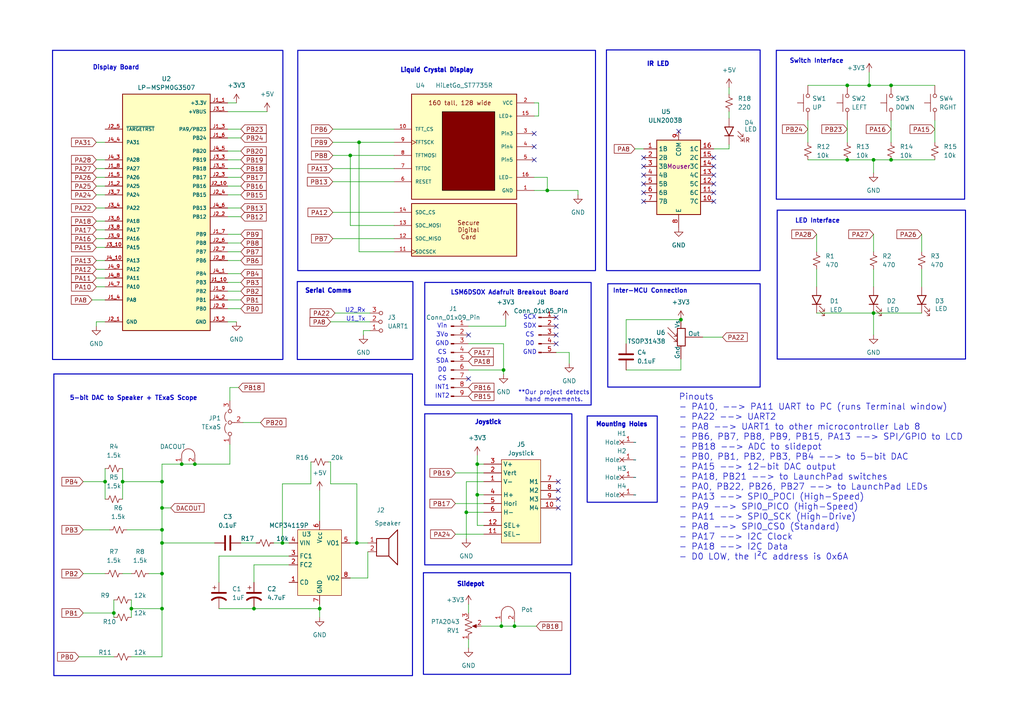
<source format=kicad_sch>
(kicad_sch (version 20250114) (generator "eeschema") (generator_version "9.0")
  (paper "A4")
  (title_block (title "Starter Project Spring 2025") (date "2025-02-24") (rev "v1.0.1") (company "The University of Texas at Austin"))
  (lib_symbols
    (symbol "Connector:Conn_01x05_Pin" (pin_names (offset 1.016) (hide yes))
      (property "Reference" "J" (at 0 7.62 0))
      (property "Value" "Conn_01x05_Pin" (at 0 -7.62 0))
      (symbol "Conn_01x05_Pin_1_1"
        (pin passive line (at 5.08 5.08 180) (length 3.81) (name "Pin_1") (number "1"))
        (pin passive line (at 5.08 2.54 180) (length 3.81) (name "Pin_2") (number "2"))
        (pin passive line (at 5.08 0 180) (length 3.81) (name "Pin_3") (number "3"))
        (pin passive line (at 5.08 -2.54 180) (length 3.81) (name "Pin_4") (number "4"))
        (pin passive line (at 5.08 -5.08 180) (length 3.81) (name "Pin_5") (number "5"))
      )
    )
    (symbol "Connector:Conn_01x09_Pin" (pin_names (offset 1.016) (hide yes))
      (property "Reference" "J" (at 0 12.7 0))
      (property "Value" "Conn_01x09_Pin" (at 0 -12.7 0))
      (symbol "Conn_01x09_Pin_1_1"
        (pin passive line (at 5.08 10.16 180) (length 3.81) (name "Pin_1") (number "1"))
        (pin passive line (at 5.08 7.62 180) (length 3.81) (name "Pin_2") (number "2"))
        (pin passive line (at 5.08 5.08 180) (length 3.81) (name "Pin_3") (number "3"))
        (pin passive line (at 5.08 2.54 180) (length 3.81) (name "Pin_4") (number "4"))
        (pin passive line (at 5.08 0 180) (length 3.81) (name "Pin_5") (number "5"))
        (pin passive line (at 5.08 -2.54 180) (length 3.81) (name "Pin_6") (number "6"))
        (pin passive line (at 5.08 -5.08 180) (length 3.81) (name "Pin_7") (number "7"))
        (pin passive line (at 5.08 -7.62 180) (length 3.81) (name "Pin_8") (number "8"))
        (pin passive line (at 5.08 -10.16 180) (length 3.81) (name "Pin_9") (number "9"))
      )
    )
    (symbol "ECE319H:HiLetGo_ST7735R" (pin_names (offset 1.016))
      (property "Reference" "U?" (at -15.24 16.002 0))
      (property "Value" "HiLetGo_ST7735R" (at -11.43 -34.29 0))
      (symbol "HiLetGo_ST7735R_1_0"
        (pin input line (at -20.32 5.08 0) (length 5.08) (name "TFT_CS") (number "10"))
        (pin input clock (at -20.32 1.27 0) (length 5.08) (name "TFTSCK") (number "9"))
        (pin input line (at -20.32 -2.54 0) (length 5.08) (name "TFTMOSI") (number "8"))
        (pin input line (at -20.32 -6.35 0) (length 5.08) (name "TFTDC") (number "7"))
        (pin input line (at -20.32 -10.16 0) (length 5.08) (name "RESET") (number "6"))
        (pin input line (at -20.32 -19.05 0) (length 5.08) (name "SDC_CS") (number "14"))
        (pin input line (at -20.32 -22.86 0) (length 5.08) (name "SDC_MOSI") (number "13"))
        (pin output line (at -20.32 -26.67 0) (length 5.08) (name "SDC_MISO") (number "12"))
        (pin input clock (at -20.32 -30.48 0) (length 5.08) (name "SDCSCK") (number "11"))
        (pin power_in line (at 20.32 12.7 180) (length 5.08) (name "VCC") (number "2"))
        (pin power_in line (at 20.32 8.89 180) (length 5.08) (name "LED+") (number "15"))
        (pin free line (at 20.32 3.81 180) (length 5.08) (name "Pin3") (number "3"))
        (pin free line (at 20.32 0 180) (length 5.08) (name "Pin4") (number "4"))
        (pin free line (at 20.32 -3.81 180) (length 5.08) (name "Pin5") (number "5"))
        (pin power_in line (at 20.32 -8.89 180) (length 5.08) (name "LED-") (number "16"))
        (pin power_in line (at 20.32 -12.7 180) (length 5.08) (name "GND") (number "1"))
      )
      (symbol "HiLetGo_ST7735R_1_1"
        (text "160 tall, 128 wide" (at -1.27 12.7 0) (effects (font (size 1.27 1.27))))
        (text "Secure\nDigital\nCard" (at 1.27 -24.13 0) (effects (font (size 1.27 1.27))))
      )
    )
    (symbol "ECE319H:Joystick_Sparkfun_COM-09032"
      (property "Reference" "J" (at -1.27 12.7 0))
      (property "Value" "Joystick" (at 0 0 0))
      (symbol "Joystick_Sparkfun_COM-09032_1_1"
        (pin passive line (at -10.16 10.16 0) (length 5.12) (name "V+") (number "3"))
        (pin passive line (at -10.16 7.62 0) (length 5.12) (name "Vert") (number "2"))
        (pin passive line (at -10.16 5.08 0) (length 5.12) (name "V-") (number "1"))
        (pin passive line (at -10.16 1.27 0) (length 5.12) (name "H+") (number "4"))
        (pin passive line (at -10.16 -1.27 0) (length 5.12) (name "Hori") (number "5"))
        (pin passive line (at -10.16 -3.81 0) (length 5.12) (name "H-") (number "6"))
        (pin passive line (at -10.16 -7.62 0) (length 5.12) (name "SEL+") (number "12"))
        (pin passive line (at -10.16 -10.16 0) (length 5.12) (name "SEL-") (number "11"))
        (pin free line (at 11.43 5.08 180) (length 5.12) (name "M1") (number "7"))
        (pin free line (at 11.43 2.54 180) (length 5.12) (name "M2") (number "8"))
        (pin free line (at 11.43 0 180) (length 5.12) (name "M3") (number "9"))
        (pin free line (at 11.43 -2.54 180) (length 5.12) (name "M4") (number "10"))
      )
    )
    (symbol "ECE319H:LP-MSPM0G3507" (pin_names (offset 1.016))
      (property "Reference" "U?" (at -12.7367 34.3099 0))
      (property "Value" "LP-MSPM0G3507" (at -10.16 -38.1 0))
      (symbol "LP-MSPM0G3507_1_0"
        (pin input line (at -17.78 22.86 0) (length 5.08) (name "~{TARGETRST}") (number "J2_5"))
        (pin bidirectional line (at -17.78 19.05 0) (length 5.08) (name "PA31") (number "J4_4"))
        (pin bidirectional line (at -17.78 13.97 0) (length 5.08) (name "PA28") (number "J4_3"))
        (pin bidirectional line (at -17.78 11.43 0) (length 5.08) (name "PA27") (number "J1_8"))
        (pin bidirectional line (at -17.78 8.89 0) (length 5.08) (name "PA26") (number "J1_5"))
        (pin bidirectional line (at -17.78 6.35 0) (length 5.08) (name "PA25") (number "J1_2"))
        (pin bidirectional line (at -17.78 3.81 0) (length 5.08) (name "PA24") (number "J3_7"))
        (pin bidirectional line (at -17.78 0 0) (length 5.08) (name "PA22") (number "J3_4"))
        (pin bidirectional line (at -17.78 -3.81 0) (length 5.08) (name "PA18") (number "J3_6"))
        (pin bidirectional line (at -17.78 -6.35 0) (length 5.08) (name "PA17") (number "J3_8"))
        (pin bidirectional line (at -17.78 -8.89 0) (length 5.08) (name "PA16") (number "J3_9"))
        (pin bidirectional line (at -17.78 -11.43 0) (length 5.08) (name "PA15") (number "J3_10"))
        (pin bidirectional line (at -17.78 -15.24 0) (length 5.08) (name "PA13") (number "J4_10"))
        (pin bidirectional line (at -17.78 -17.78 0) (length 5.08) (name "PA12") (number "J4_9"))
        (pin bidirectional line (at -17.78 -20.32 0) (length 5.08) (name "PA11") (number "J4_8"))
        (pin bidirectional line (at -17.78 -22.86 0) (length 5.08) (name "PA10") (number "J4_7"))
        (pin bidirectional line (at -17.78 -26.67 0) (length 5.08) (name "PA8") (number "J1_4"))
        (pin power_out line (at -17.78 -33.02 0) (length 5.08) (name "GND") (number "J2_1"))
        (pin power_out line (at 17.78 30.48 180) (length 5.08) (name "+3.3V") (number "J1_1"))
        (pin power_out line (at 17.78 27.94 180) (length 5.08) (name "+VBUS") (number "J3_1"))
        (pin bidirectional line (at 17.78 22.86 180) (length 5.08) (name "PA9/PB23") (number "J1_3"))
        (pin bidirectional line (at 17.78 20.32 180) (length 5.08) (name "PB24") (number "J1_6"))
        (pin bidirectional line (at 17.78 16.51 180) (length 5.08) (name "PB20") (number "J4_5"))
        (pin bidirectional line (at 17.78 13.97 180) (length 5.08) (name "PB19") (number "J3_3"))
        (pin bidirectional line (at 17.78 11.43 180) (length 5.08) (name "PB18") (number "J3_5"))
        (pin bidirectional line (at 17.78 8.89 180) (length 5.08) (name "PB17") (number "J2_3"))
        (pin bidirectional line (at 17.78 6.35 180) (length 5.08) (name "PB16") (number "J2_10"))
        (pin bidirectional line (at 17.78 3.81 180) (length 5.08) (name "PB15") (number "J2_4"))
        (pin bidirectional line (at 17.78 0 180) (length 5.08) (name "PB13") (number "J4_6"))
        (pin bidirectional line (at 17.78 -2.54 180) (length 5.08) (name "PB12") (number "J2_2"))
        (pin bidirectional line (at 17.78 -7.62 180) (length 5.08) (name "PB9") (number "J1_7"))
        (pin bidirectional line (at 17.78 -10.16 180) (length 5.08) (name "PB8") (number "J2_6"))
        (pin bidirectional line (at 17.78 -12.7 180) (length 5.08) (name "PB7") (number "J2_7"))
        (pin bidirectional line (at 17.78 -15.24 180) (length 5.08) (name "PB6") (number "J2_8"))
        (pin bidirectional line (at 17.78 -19.05 180) (length 5.08) (name "PB4") (number "J4_1"))
        (pin bidirectional line (at 17.78 -21.59 180) (length 5.08) (name "PB3") (number "J1_10"))
        (pin bidirectional line (at 17.78 -24.13 180) (length 5.08) (name "PB2") (number "J1_9"))
        (pin bidirectional line (at 17.78 -26.67 180) (length 5.08) (name "PB1") (number "J4_2"))
        (pin bidirectional line (at 17.78 -29.21 180) (length 5.08) (name "PB0") (number "J2_9"))
        (pin power_out line (at 17.78 -33.02 180) (length 5.08) (name "GND") (number "J3_2"))
      )
    )
    (symbol "ECE319H:ULN2003B"
      (property "Reference" "U" (at 7.62 8.89 0))
      (property "Value" "ULN2003B" (at 6.35 -15.24 0))
      (property "Distributor" " Mouser " (at 0 0 0))
      (symbol "ULN2003B_1_1"
        (pin input line (at -10.16 5.08 0) (length 3.81) (name "1B") (number "1"))
        (pin input line (at -10.16 2.54 0) (length 3.81) (name "2B") (number "2"))
        (pin input line (at -10.16 0 0) (length 3.81) (name "3B") (number "3"))
        (pin input line (at -10.16 -2.54 0) (length 3.81) (name "4B") (number "4"))
        (pin input line (at -10.16 -5.08 0) (length 3.81) (name "5B") (number "5"))
        (pin input line (at -10.16 -7.62 0) (length 3.81) (name "6B") (number "6"))
        (pin input line (at -10.16 -10.16 0) (length 3.81) (name "7B") (number "7"))
        (pin power_in line (at 0 10.16 270) (length 2.54) (name "COM") (number "9"))
        (pin power_in line (at 0 -17.78 90) (length 3.81) (name "E") (number "8"))
        (pin output line (at 10.16 5.08 180) (length 3.81) (name "1C") (number "16"))
        (pin output line (at 10.16 2.54 180) (length 3.81) (name "2C") (number "15"))
        (pin output line (at 10.16 0 180) (length 3.81) (name "3C") (number "14"))
        (pin output line (at 10.16 -2.54 180) (length 3.81) (name "4C") (number "13"))
        (pin output line (at 10.16 -5.08 180) (length 3.81) (name "5C") (number "12"))
        (pin output line (at 10.16 -7.62 180) (length 3.81) (name "6C") (number "11"))
        (pin output line (at 10.16 -10.16 180) (length 3.81) (name "7C") (number "10"))
      )
    )
    (symbol "ECE319K:C" (pin_numbers (hide yes)) (pin_names (offset 0.254))
      (property "Reference" "C" (at 0.635 2.54 0))
      (property "Value" "C" (at 0.635 -2.54 0))
      (symbol "C_1_1"
        (pin passive line (at 0 3.81 270) (length 2.794) (name "~") (number "1"))
        (pin passive line (at 0 -3.81 90) (length 2.794) (name "~") (number "2"))
      )
    )
    (symbol "ECE319K:C_Polarized" (pin_numbers (hide yes)) (pin_names (offset 0.254) (hide yes))
      (property "Reference" "C" (at 0.635 2.54 0))
      (property "Value" "C_Polarized" (at 0.635 -2.54 0))
      (symbol "C_Polarized_1_1"
        (pin passive line (at 0 3.81 270) (length 2.794) (name "~") (number "1"))
        (pin passive line (at 0 -3.81 90) (length 3.302) (name "~") (number "2"))
      )
    )
    (symbol "ECE319K:Header_3" (pin_names (offset 0) (hide yes))
      (property "Reference" "J" (at 0 2.794 0))
      (property "Value" "Header3" (at 0.635 -4.445 0))
      (symbol "Header_3_1_1"
        (pin passive line (at 5.08 2.54 180) (length 2.54) (name "A") (number "1"))
        (pin passive line (at 5.08 0 180) (length 2.54) (name "B") (number "2"))
        (pin passive line (at 5.08 -2.54 180) (length 2.54) (name "C") (number "3"))
      )
    )
    (symbol "ECE319K:Jumper_3_Open" (pin_names (offset 0) (hide yes))
      (property "Reference" "JP" (at -2.54 -2.54 0))
      (property "Value" "Jumper_3_Open" (at 0 2.794 0))
      (symbol "Jumper_3_Open_1_1"
        (pin passive line (at -6.35 0 0) (length 2.54) (name "A") (number "1"))
        (pin passive line (at 0 -3.81 90) (length 2.54) (name "C") (number "2"))
        (pin passive line (at 6.35 0 180) (length 2.54) (name "B") (number "3"))
      )
    )
    (symbol "ECE319K:LED" (pin_numbers (hide yes)) (pin_names (offset 1.016) (hide yes))
      (property "Reference" "D" (at 1.27 1.27 0))
      (property "Value" "LED" (at -5.08 -1.27 0))
      (symbol "LED_1_1"
        (pin passive line (at -1.27 3.81 270) (length 2.54) (name "A") (number "2"))
        (pin passive line (at -1.27 -3.81 90) (length 2.54) (name "K") (number "1"))
      )
    )
    (symbol "ECE319K:MCP34119P"
      (property "Reference" "U" (at -5.08 7.62 0))
      (property "Value" "MCP34119P" (at -7.62 10.16 0))
      (symbol "MCP34119P_1_1"
        (pin input line (at -8.89 5.08 0) (length 2.54) (name "VIN") (number "4"))
        (pin input line (at -8.89 1.27 0) (length 2.54) (name "FC1") (number "3"))
        (pin input line (at -8.89 -1.27 0) (length 2.54) (name "FC2") (number "2"))
        (pin input line (at -8.89 -6.35 0) (length 2.54) (name "CD") (number "1"))
        (pin power_in line (at 0 11.43 270) (length 2.54) (name "Vcc") (number "6"))
        (pin power_in line (at 0 -12.7 90) (length 2.54) (name "GND") (number "7"))
        (pin output line (at 8.89 5.08 180) (length 2.54) (name "VO1") (number "5"))
        (pin output line (at 8.89 -5.08 180) (length 2.54) (name "VO2") (number "8"))
      )
    )
    (symbol "ECE319K:MountingHole"
      (property "Reference" "H" (at 0 0 0))
      (symbol "MountingHole_1_1"
        (pin power_in non_logic (at 0 0 180) (length 3.81) (name "Hole") (number "1"))
      )
    )
    (symbol "ECE319K:OED-EL-1L2" (pin_numbers (hide yes)) (pin_names (offset 1.016) (hide yes))
      (property "Reference" "D" (at 0 2.54 0))
      (property "Value" "LED" (at -5.08 -2.54 0))
      (symbol "OED-EL-1L2_1_1"
        (text "IR" (at 3.81 -2.54 0) (effects (font (size 1.27 1.27))))
        (pin passive line (at -1.27 3.81 270) (length 2.54) (name "A") (number "2"))
        (pin passive line (at -1.27 -3.81 90) (length 2.54) (name "K") (number "1"))
      )
    )
    (symbol "ECE319K:PTA2043pot" (pin_names (offset 1.016) (hide yes))
      (property "Reference" "RV" (at -4.445 0 90))
      (property "Value" "PTA2043" (at -2.54 0 90))
      (symbol "PTA2043pot_1_1"
        (pin passive line (at 0 3.81 270) (length 1.27) (name "1") (number "1"))
        (pin passive line (at 0 -3.81 90) (length 1.27) (name "3") (number "3"))
        (pin passive line (at 3.81 0 180) (length 1.27) (name "2") (number "2"))
      )
    )
    (symbol "ECE319K:R_0.125W" (pin_numbers (hide yes)) (pin_names (offset 0.254) (hide yes))
      (property "Reference" "R" (at 0.762 0.508 0))
      (property "Value" "R_0.125W" (at 0.762 -1.016 0))
      (symbol "R_0.125W_1_1"
        (pin passive line (at 0 2.54 270) (length 1.016) (name "~") (number "1"))
        (pin passive line (at 0 -2.54 90) (length 1.016) (name "~") (number "2"))
      )
    )
    (symbol "ECE319K:SW_Push" (pin_numbers (hide yes)) (pin_names (offset 1.016) (hide yes))
      (property "Reference" "SW101" (at 1.27 -1.27 90))
      (property "Value" "UP" (at -1.27 -1.27 90))
      (symbol "SW_Push_0_1"
        (pin passive line (at -5.08 0 0) (length 2.54) (name "1") (number "1"))
        (pin passive line (at 5.08 0 180) (length 2.54) (name "2") (number "2"))
      )
    )
    (symbol "ECE319K:Speaker" (pin_names (offset 0) (hide yes))
      (property "Reference" "J" (at 1.27 5.715 0))
      (property "Value" "Speaker" (at 1.27 3.81 0))
      (symbol "Speaker_1_1"
        (pin input line (at -5.08 0 0) (length 2.54) (name "1") (number "1"))
        (pin input line (at -5.08 -2.54 0) (length 2.54) (name "2") (number "2"))
      )
    )
    (symbol "ECE319K:TSOP31438" (pin_numbers (hide yes)) (pin_names (offset 0))
      (property "Reference" "U" (at -5.08 0 90))
      (property "Value" "TSOP31438" (at -7.62 -1.27 90))
      (symbol "TSOP31438_1_1"
        (pin power_in line (at 0 5.08 270) (length 2.54) (name "Vs") (number "2"))
        (pin power_in line (at 0 -6.35 90) (length 3.81) (name "Gnd") (number "1"))
        (pin output line (at 6.35 0 180) (length 5.08) (name "Out") (number "3"))
      )
    )
    (symbol "ECE319K:Testpoint" (pin_names (offset 0) (hide yes))
      (property "Reference" "TP" (at 0 2.794 0))
      (property "Value" "TP" (at 0 -2.286 0))
      (symbol "Testpoint_1_1"
        (pin passive line (at -1.905 0 90) (length 2.54) (name "A") (number "1"))
        (pin passive line (at 1.905 0 90) (length 2.54) (name "B") (number "2"))
      )
    )
    (symbol "power:+3V3" (power) (pin_names (offset 0))
      (property "Value" "+3V3" (at 0 3.556 0))
      (symbol "+3V3_1_1"
        (pin power_in line (at 0 0 90) (length 0) (hide yes) (name "+3V3") (number "1"))
      )
    )
    (symbol "power:+5V" (power) (pin_names (offset 0))
      (property "Value" "+5V" (at 0 3.556 0))
      (symbol "+5V_1_1"
        (pin power_in line (at 0 0 90) (length 0) (hide yes) (name "+5V") (number "1"))
      )
    )
    (symbol "power:GND" (power) (pin_names (offset 0))
      (property "Value" "GND" (at 0 -3.81 0))
      (symbol "GND_1_1"
        (pin power_in line (at 0 0 270) (length 0) (hide yes) (name "GND") (number "1"))
      )
    )
  )
  (rectangle (start 123.19 81.915) (end 171.45 117.475) (stroke (width 0.3)))
  (rectangle (start 175.895 14.478) (end 220.472 78.486) (stroke (width 0.3)))
  (rectangle (start 122.809 166.116) (end 165.481 195.58) (stroke (width 0.3)))
  (rectangle (start 15.621 108.458) (end 119.634 195.961) (stroke (width 0.3)))
  (rectangle (start 170.307 120.65) (end 190.627 145.669) (stroke (width 0.3)))
  (rectangle (start 123.19 120.015) (end 165.862 163.83) (stroke (width 0.3)))
  (rectangle (start 225.171 14.605) (end 279.781 57.785) (stroke (width 0.3)))
  (rectangle (start 225.425 60.96) (end 280.035 104.14) (stroke (width 0.3)))
  (rectangle (start 86.36 14.605) (end 172.72 78.486) (stroke (width 0.3)))
  (rectangle (start 86.233 81.661) (end 119.761 104.267) (stroke (width 0.3)))
  (rectangle (start 176.276 82.296) (end 220.472 112.268) (stroke (width 0.3)))
  (rectangle (start 15.24 14.605) (end 82.042 104.267) (stroke (width 0.3)))
  (text "Slidepot" (at 136.525 169.545 0) (effects (font (size 1.27 1.27) (thickness 1) (bold yes))))
  (text "D0" (at 128.27 107.315 0) (effects (font (size 1.27 1.27))))
  (text "SCX" (at 153.67 92.075 0) (effects (font (size 1.27 1.27))))
  (text "IR LED" (at 190.881 18.669 0) (effects (font (size 1.27 1.27) (thickness 1) (bold yes))))
  (text "Joystick" (at 141.605 122.555 0) (effects (font (size 1.27 1.27) (thickness 1) (bold yes))))
  (text "CS" (at 128.27 109.855 0) (effects (font (size 1.27 1.27))))
  (text "Display Board" (at 33.655 19.685 0) (effects (font (size 1.27 1.27) (thickness 0.254) (bold yes))))
  (text "5-bit DAC to Speaker + TExaS Scope" (at 38.735 115.57 0) (effects (font (size 1.27 1.27) (thickness 0.254) (bold yes))))
  (text "Mounting Holes" (at 180.34 123.19 0) (effects (font (size 1.27 1.27) (thickness 1) (bold yes))))
  (text "CS" (at 153.67 97.155 0) (effects (font (size 1.27 1.27))))
  (text "INT1" (at 128.27 112.395 0) (effects (font (size 1.27 1.27))))
  (text "U2_Rx" (at 106.045 90.805 0) (effects (font (size 1.27 1.27)) (justify right bottom)))
  (text "D0" (at 153.67 99.695 0) (effects (font (size 1.27 1.27))))
  (text "SDA" (at 128.27 104.775 0) (effects (font (size 1.27 1.27))))
  (text "Pinouts\n- PA10, --> PA11 UART to PC (runs Terminal window)\n- PA22 --> UART2\n- PA8 --> UART1 to other microcontroller Lab 8\n- PB6, PB7, PB8, PB9, PB15, PA13 --> SPI/GPIO to LCD\n- PB18 --> ADC to slidepot\n- PB0, PB1, PB2, PB3, PB4 --> to 5-bit DAC\n- PA15 --> 12-bit DAC output \n- PA18, PB21 --> to LaunchPad switches\n- PA0, PB22, PB26, PB27 --> to LaunchPad LEDs\n- PA13 --> SPI0_POCI (High-Speed) \n- PA9 --> SPI0_PICO (High-Speed)\n- PA11 --> SPI0_SCK (High-Drive)\n- PA8 --> SPI0_CS0 (Standard)\n- PA17 --> I2C Clock\n- PA18 --> I2C Data\n- D0 LOW, the I²C address is 0x6A" (at 196.85 138.43 0) (effects (font (size 1.8 1.8) (thickness 0.1588)) (justify left)))
  (text "GND" (at 128.27 99.695 0) (effects (font (size 1.27 1.27))))
  (text "U1_Tx" (at 106.045 93.345 0) (effects (font (size 1.27 1.27)) (justify right bottom)))
  (text "3Vo" (at 128.27 97.155 0) (effects (font (size 1.27 1.27))))
  (text "INT2" (at 128.27 114.935 0) (effects (font (size 1.27 1.27))))
  (text "Vin" (at 128.27 94.615 0) (effects (font (size 1.27 1.27))))
  (text "LSM6DSOX Adafruit Breakout Board" (at 147.828 84.963 0) (effects (font (size 1.27 1.27) (thickness 0.254) (bold yes))))
  (text "Inter-MCU Connection" (at 188.595 84.455 0) (effects (font (size 1.27 1.27) (thickness 0.254) (bold yes))))
  (text "GND" (at 153.67 102.235 0) (effects (font (size 1.27 1.27))))
  (text "CS" (at 128.27 102.235 0) (effects (font (size 1.27 1.27))))
  (text "Serial Comms" (at 95.25 84.455 0) (effects (font (size 1.27 1.27) (thickness 1) (bold yes))))
  (text "SDX" (at 153.67 94.615 0) (effects (font (size 1.27 1.27))))
  (text "Switch Interface" (at 236.855 17.78 0) (effects (font (size 1.27 1.27) (thickness 0.254) (bold yes))))
  (text "Liquid Crystal Display" (at 126.746 20.447 0) (effects (font (size 1.27 1.27) (thickness 1) (bold yes))))
  (text "**Our project detects\nhand movements." (at 160.655 114.935 0) (effects (font (size 1.27 1.27))))
  (text "LED Interface" (at 237.109 64.135 0) (effects (font (size 1.27 1.27) (thickness 0.254) (bold yes))))
  (junction (at 46.99 166.37))
  (junction (at 253.365 46.355))
  (junction (at 197.485 92.71))
  (junction (at 92.71 176.53))
  (junction (at 149.225 181.61))
  (junction (at 253.365 90.805))
  (junction (at 35.56 139.7))
  (junction (at 138.43 134.62))
  (junction (at 158.75 55.245))
  (junction (at 46.99 157.48))
  (junction (at 52.705 134.62))
  (junction (at 146.05 107.315))
  (junction (at 46.99 176.53))
  (junction (at 103.505 157.48))
  (junction (at 73.66 176.53))
  (junction (at 258.445 46.355))
  (junction (at 30.48 139.7))
  (junction (at 245.745 24.765))
  (junction (at 46.99 147.32))
  (junction (at 33.02 177.8))
  (junction (at 138.43 143.51))
  (junction (at 46.99 153.67))
  (junction (at 135.255 148.59))
  (junction (at 81.915 157.48))
  (junction (at 258.445 24.765))
  (junction (at 101.6 45.085))
  (junction (at 38.1 176.53))
  (junction (at 104.14 41.275))
  (junction (at 252.095 24.765))
  (junction (at 56.515 134.62))
  (junction (at 46.99 139.7))
  (junction (at 245.745 46.355))
  (junction (at 145.415 181.61))
  (no_connect (at 186.69 48.26))
  (no_connect (at 207.01 55.88))
  (no_connect (at 161.925 142.24))
  (no_connect (at 196.85 38.1))
  (no_connect (at 207.01 48.26))
  (no_connect (at 207.01 58.42))
  (no_connect (at 154.94 38.735))
  (no_connect (at 207.01 45.72))
  (no_connect (at 207.01 53.34))
  (no_connect (at 161.29 94.615))
  (no_connect (at 154.94 46.355))
  (no_connect (at 154.94 42.545))
  (no_connect (at 161.29 92.075))
  (no_connect (at 207.01 50.8))
  (no_connect (at 135.89 109.855))
  (no_connect (at 161.29 99.695))
  (no_connect (at 161.925 144.78))
  (no_connect (at 161.29 97.155))
  (no_connect (at 186.69 58.42))
  (no_connect (at 161.925 147.32))
  (no_connect (at 161.925 139.7))
  (no_connect (at 135.89 97.155))
  (no_connect (at 186.69 55.88))
  (no_connect (at 186.69 50.8))
  (no_connect (at 186.69 53.34))
  (no_connect (at 186.69 45.72))
  (wire (pts (xy 203.835 97.79) (xy 209.55 97.79)))
  (wire (pts (xy 253.365 46.355) (xy 253.365 50.165)))
  (wire (pts (xy 253.365 46.355) (xy 258.445 46.355)))
  (wire (pts (xy 35.56 135.89) (xy 35.56 139.7)))
  (wire (pts (xy 73.66 168.91) (xy 73.66 163.83)))
  (wire (pts (xy 252.095 20.955) (xy 252.095 24.765)))
  (wire (pts (xy 38.1 176.53) (xy 38.1 179.07)))
  (wire (pts (xy 66.04 89.535) (xy 69.85 89.535)))
  (wire (pts (xy 103.505 140.335) (xy 103.505 157.48)))
  (wire (pts (xy 66.04 60.325) (xy 69.85 60.325)))
  (wire (pts (xy 96.52 37.465) (xy 114.3 37.465)))
  (wire (pts (xy 135.255 148.59) (xy 135.255 156.21)))
  (wire (pts (xy 135.89 175.26) (xy 135.89 177.8)))
  (wire (pts (xy 103.505 157.48) (xy 106.68 157.48)))
  (wire (pts (xy 66.04 53.975) (xy 69.85 53.975)))
  (wire (pts (xy 46.99 139.7) (xy 46.99 147.32)))
  (wire (pts (xy 69.85 157.48) (xy 74.295 157.48)))
  (wire (pts (xy 73.66 163.83) (xy 83.82 163.83)))
  (wire (pts (xy 27.94 94.615) (xy 27.94 93.345)))
  (wire (pts (xy 96.52 45.085) (xy 101.6 45.085)))
  (wire (pts (xy 140.335 143.51) (xy 138.43 143.51)))
  (wire (pts (xy 35.56 139.7) (xy 35.56 144.78)))
  (wire (pts (xy 96.52 52.705) (xy 114.3 52.705)))
  (wire (pts (xy 27.94 71.755) (xy 30.48 71.755)))
  (wire (pts (xy 52.705 134.62) (xy 56.515 134.62)))
  (wire (pts (xy 138.43 152.4) (xy 140.335 152.4)))
  (wire (pts (xy 66.04 29.845) (xy 68.58 29.845)))
  (wire (pts (xy 27.94 69.215) (xy 30.48 69.215)))
  (wire (pts (xy 95.885 93.345) (xy 107.315 93.345)))
  (wire (pts (xy 181.61 107.315) (xy 197.485 107.315)))
  (wire (pts (xy 154.94 33.655) (xy 156.21 33.655)))
  (wire (pts (xy 66.04 48.895) (xy 69.85 48.895)))
  (wire (pts (xy 66.04 43.815) (xy 69.85 43.815)))
  (wire (pts (xy 27.94 41.275) (xy 30.48 41.275)))
  (wire (pts (xy 145.415 180.34) (xy 145.415 181.61)))
  (wire (pts (xy 252.095 24.765) (xy 258.445 24.765)))
  (wire (pts (xy 245.745 34.925) (xy 245.745 41.275)))
  (wire (pts (xy 135.255 139.7) (xy 135.255 148.59)))
  (wire (pts (xy 132.08 154.94) (xy 140.335 154.94)))
  (wire (pts (xy 95.885 133.985) (xy 95.885 140.335)))
  (wire (pts (xy 154.94 51.435) (xy 158.75 51.435)))
  (wire (pts (xy 146.05 107.315) (xy 146.05 108.585)))
  (wire (pts (xy 24.13 153.67) (xy 31.75 153.67)))
  (wire (pts (xy 81.915 140.335) (xy 90.17 140.335)))
  (wire (pts (xy 66.04 75.565) (xy 69.85 75.565)))
  (wire (pts (xy 46.99 157.48) (xy 46.99 166.37)))
  (wire (pts (xy 114.3 65.405) (xy 101.6 65.405)))
  (wire (pts (xy 96.52 41.275) (xy 104.14 41.275)))
  (wire (pts (xy 46.99 139.7) (xy 46.99 134.62)))
  (wire (pts (xy 27.94 51.435) (xy 30.48 51.435)))
  (wire (pts (xy 66.04 86.995) (xy 69.85 86.995)))
  (wire (pts (xy 26.67 86.995) (xy 30.48 86.995)))
  (wire (pts (xy 43.18 166.37) (xy 46.99 166.37)))
  (wire (pts (xy 33.02 173.99) (xy 33.02 177.8)))
  (wire (pts (xy 46.99 176.53) (xy 46.99 166.37)))
  (wire (pts (xy 73.66 176.53) (xy 92.71 176.53)))
  (wire (pts (xy 101.6 167.64) (xy 106.68 167.64)))
  (wire (pts (xy 70.485 122.555) (xy 75.565 122.555)))
  (wire (pts (xy 46.99 139.7) (xy 35.56 139.7)))
  (wire (pts (xy 66.04 79.375) (xy 69.85 79.375)))
  (wire (pts (xy 156.21 33.655) (xy 156.21 29.845)))
  (wire (pts (xy 38.1 176.53) (xy 46.99 176.53)))
  (wire (pts (xy 27.94 66.675) (xy 30.48 66.675)))
  (wire (pts (xy 165.1 102.235) (xy 165.1 105.41)))
  (wire (pts (xy 66.04 37.465) (xy 69.85 37.465)))
  (wire (pts (xy 36.83 153.67) (xy 46.99 153.67)))
  (wire (pts (xy 154.94 55.245) (xy 158.75 55.245)))
  (wire (pts (xy 197.485 107.315) (xy 197.485 104.14)))
  (wire (pts (xy 258.445 34.925) (xy 258.445 41.275)))
  (wire (pts (xy 81.915 157.48) (xy 83.82 157.48)))
  (wire (pts (xy 92.71 142.24) (xy 92.71 151.13)))
  (wire (pts (xy 236.855 78.105) (xy 236.855 83.185)))
  (wire (pts (xy 66.04 67.945) (xy 69.85 67.945)))
  (wire (pts (xy 135.89 185.42) (xy 135.89 187.96)))
  (wire (pts (xy 271.145 34.925) (xy 271.145 41.275)))
  (wire (pts (xy 96.52 48.895) (xy 114.3 48.895)))
  (wire (pts (xy 95.885 140.335) (xy 103.505 140.335)))
  (wire (pts (xy 27.94 53.975) (xy 30.48 53.975)))
  (wire (pts (xy 92.71 175.26) (xy 92.71 176.53)))
  (wire (pts (xy 97.155 90.805) (xy 107.315 90.805)))
  (wire (pts (xy 66.04 51.435) (xy 69.85 51.435)))
  (wire (pts (xy 245.745 46.355) (xy 253.365 46.355)))
  (wire (pts (xy 253.365 90.805) (xy 267.335 90.805)))
  (wire (pts (xy 27.94 93.345) (xy 30.48 93.345)))
  (wire (pts (xy 267.335 78.105) (xy 267.335 83.185)))
  (wire (pts (xy 138.43 132.08) (xy 138.43 134.62)))
  (wire (pts (xy 167.64 55.245) (xy 167.64 56.515)))
  (wire (pts (xy 66.04 32.385) (xy 77.47 32.385)))
  (wire (pts (xy 46.99 147.32) (xy 49.53 147.32)))
  (wire (pts (xy 234.315 24.765) (xy 245.745 24.765)))
  (wire (pts (xy 24.13 166.37) (xy 30.48 166.37)))
  (wire (pts (xy 95.25 133.985) (xy 95.885 133.985)))
  (wire (pts (xy 24.13 139.7) (xy 30.48 139.7)))
  (wire (pts (xy 46.99 153.67) (xy 46.99 157.48)))
  (wire (pts (xy 46.99 157.48) (xy 62.23 157.48)))
  (wire (pts (xy 27.94 60.325) (xy 30.48 60.325)))
  (wire (pts (xy 24.13 177.8) (xy 33.02 177.8)))
  (wire (pts (xy 154.94 29.845) (xy 156.21 29.845)))
  (wire (pts (xy 106.68 167.64) (xy 106.68 160.02)))
  (wire (pts (xy 181.61 99.695) (xy 181.61 92.71)))
  (wire (pts (xy 38.1 173.99) (xy 38.1 176.53)))
  (wire (pts (xy 138.43 143.51) (xy 138.43 152.4)))
  (wire (pts (xy 46.99 190.5) (xy 46.99 176.53)))
  (wire (pts (xy 105.41 95.885) (xy 105.41 97.155)))
  (wire (pts (xy 30.48 135.89) (xy 30.48 139.7)))
  (wire (pts (xy 132.08 146.05) (xy 140.335 146.05)))
  (wire (pts (xy 267.335 67.945) (xy 267.335 73.025)))
  (wire (pts (xy 135.89 99.695) (xy 146.05 99.695)))
  (wire (pts (xy 139.7 181.61) (xy 145.415 181.61)))
  (wire (pts (xy 101.6 65.405) (xy 101.6 45.085)))
  (wire (pts (xy 138.43 134.62) (xy 138.43 143.51)))
  (wire (pts (xy 27.94 78.105) (xy 30.48 78.105)))
  (wire (pts (xy 46.99 134.62) (xy 52.705 134.62)))
  (wire (pts (xy 138.43 134.62) (xy 140.335 134.62)))
  (wire (pts (xy 146.05 99.695) (xy 146.05 107.315)))
  (wire (pts (xy 114.3 45.085) (xy 101.6 45.085)))
  (wire (pts (xy 181.61 92.71) (xy 197.485 92.71)))
  (wire (pts (xy 158.75 55.245) (xy 167.64 55.245)))
  (wire (pts (xy 211.455 41.91) (xy 211.455 43.18)))
  (wire (pts (xy 207.01 43.18) (xy 211.455 43.18)))
  (wire (pts (xy 211.455 27.305) (xy 211.455 25.4)))
  (wire (pts (xy 258.445 46.355) (xy 271.145 46.355)))
  (wire (pts (xy 66.04 93.345) (xy 68.58 93.345)))
  (wire (pts (xy 258.445 24.765) (xy 271.145 24.765)))
  (wire (pts (xy 234.315 46.355) (xy 245.745 46.355)))
  (wire (pts (xy 66.675 128.905) (xy 66.675 134.62)))
  (wire (pts (xy 66.04 70.485) (xy 69.85 70.485)))
  (wire (pts (xy 234.315 34.925) (xy 234.315 41.275)))
  (wire (pts (xy 66.04 84.455) (xy 69.85 84.455)))
  (wire (pts (xy 101.6 157.48) (xy 103.505 157.48)))
  (wire (pts (xy 140.335 139.7) (xy 135.255 139.7)))
  (wire (pts (xy 22.86 190.5) (xy 33.02 190.5)))
  (wire (pts (xy 145.415 181.61) (xy 149.225 181.61)))
  (wire (pts (xy 66.675 112.395) (xy 66.675 116.205)))
  (wire (pts (xy 184.15 43.18) (xy 186.69 43.18)))
  (wire (pts (xy 27.94 83.185) (xy 30.48 83.185)))
  (wire (pts (xy 35.56 166.37) (xy 38.1 166.37)))
  (wire (pts (xy 81.915 157.48) (xy 81.915 140.335)))
  (wire (pts (xy 46.99 153.67) (xy 46.99 147.32)))
  (wire (pts (xy 69.215 112.395) (xy 66.675 112.395)))
  (wire (pts (xy 132.08 137.16) (xy 140.335 137.16)))
  (wire (pts (xy 63.5 161.29) (xy 83.82 161.29)))
  (wire (pts (xy 27.94 80.645) (xy 30.48 80.645)))
  (wire (pts (xy 66.04 56.515) (xy 69.85 56.515)))
  (wire (pts (xy 253.365 90.805) (xy 253.365 97.155)))
  (wire (pts (xy 38.1 190.5) (xy 46.99 190.5)))
  (wire (pts (xy 104.14 73.025) (xy 104.14 41.275)))
  (wire (pts (xy 105.41 95.885) (xy 107.315 95.885)))
  (wire (pts (xy 66.04 81.915) (xy 69.85 81.915)))
  (wire (pts (xy 27.94 48.895) (xy 30.48 48.895)))
  (wire (pts (xy 56.515 134.62) (xy 66.675 134.62)))
  (wire (pts (xy 30.48 139.7) (xy 30.48 144.78)))
  (wire (pts (xy 211.455 32.385) (xy 211.455 34.29)))
  (wire (pts (xy 253.365 67.945) (xy 253.365 73.025)))
  (wire (pts (xy 90.17 140.335) (xy 90.17 133.985)))
  (wire (pts (xy 63.5 176.53) (xy 73.66 176.53)))
  (wire (pts (xy 135.255 148.59) (xy 140.335 148.59)))
  (wire (pts (xy 135.89 107.315) (xy 146.05 107.315)))
  (wire (pts (xy 92.71 176.53) (xy 92.71 179.07)))
  (wire (pts (xy 161.29 102.235) (xy 165.1 102.235)))
  (wire (pts (xy 27.94 46.355) (xy 30.48 46.355)))
  (wire (pts (xy 253.365 78.105) (xy 253.365 83.185)))
  (wire (pts (xy 27.94 75.565) (xy 30.48 75.565)))
  (wire (pts (xy 236.855 67.945) (xy 236.855 73.025)))
  (wire (pts (xy 66.04 46.355) (xy 69.85 46.355)))
  (wire (pts (xy 149.225 180.34) (xy 149.225 181.61)))
  (wire (pts (xy 79.375 157.48) (xy 81.915 157.48)))
  (wire (pts (xy 33.02 177.8) (xy 33.02 179.07)))
  (wire (pts (xy 66.04 62.865) (xy 69.85 62.865)))
  (wire (pts (xy 158.75 55.245) (xy 158.75 51.435)))
  (wire (pts (xy 66.04 73.025) (xy 69.85 73.025)))
  (wire (pts (xy 66.04 40.005) (xy 69.85 40.005)))
  (wire (pts (xy 104.14 41.275) (xy 114.3 41.275)))
  (wire (pts (xy 149.225 181.61) (xy 155.575 181.61)))
  (wire (pts (xy 27.94 64.135) (xy 30.48 64.135)))
  (wire (pts (xy 135.89 94.615) (xy 146.685 94.615)))
  (wire (pts (xy 245.745 24.765) (xy 252.095 24.765)))
  (wire (pts (xy 96.52 69.215) (xy 114.3 69.215)))
  (wire (pts (xy 27.94 56.515) (xy 30.48 56.515)))
  (wire (pts (xy 236.855 90.805) (xy 253.365 90.805)))
  (wire (pts (xy 114.3 73.025) (xy 104.14 73.025)))
  (wire (pts (xy 63.5 168.91) (xy 63.5 161.29)))
  (wire (pts (xy 146.685 94.615) (xy 146.685 92.71)))
  (wire (pts (xy 96.52 61.595) (xy 114.3 61.595)))
  (global_label "PA13" (shape input) (at 96.52 48.895 180) (property "Intersheetrefs" "${INTERSHEET_REFS}" (effects (hide yes))))
  (global_label "PB4" (shape input) (at 24.13 139.7 180) (property "Intersheetrefs" "${INTERSHEET_REFS}" (effects (hide yes))))
  (global_label "PB8" (shape input) (at 69.85 70.485 0) (property "Intersheetrefs" "${INTERSHEET_REFS}" (effects (hide yes))))
  (global_label "PA12" (shape input) (at 96.52 61.595 180) (property "Intersheetrefs" "${INTERSHEET_REFS}" (effects (hide yes))))
  (global_label "PB6" (shape input) (at 69.85 75.565 0) (property "Intersheetrefs" "${INTERSHEET_REFS}" (effects (hide yes))))
  (global_label "PB6" (shape input) (at 96.52 37.465 180) (property "Intersheetrefs" "${INTERSHEET_REFS}" (effects (hide yes))))
  (global_label "PB18" (shape input) (at 69.215 112.395 0) (property "Intersheetrefs" "${INTERSHEET_REFS}" (effects (hide yes))))
  (global_label "PB15" (shape input) (at 69.85 56.515 0) (property "Intersheetrefs" "${INTERSHEET_REFS}" (effects (hide yes))))
  (global_label "PA22" (shape input) (at 209.55 97.79 0) (property "Intersheetrefs" "${INTERSHEET_REFS}" (effects (hide yes))))
  (global_label "PB7" (shape input) (at 96.52 69.215 180) (property "Intersheetrefs" "${INTERSHEET_REFS}" (effects (hide yes))))
  (global_label "PB20" (shape input) (at 75.565 122.555 0) (property "Intersheetrefs" "${INTERSHEET_REFS}" (effects (hide yes))))
  (global_label "PA25" (shape input) (at 27.94 53.975 180) (property "Intersheetrefs" "${INTERSHEET_REFS}" (effects (hide yes))))
  (global_label "PA22" (shape input) (at 27.94 60.325 180) (property "Intersheetrefs" "${INTERSHEET_REFS}" (effects (hide yes))))
  (global_label "PB18" (shape input) (at 69.85 48.895 0) (property "Intersheetrefs" "${INTERSHEET_REFS}" (effects (hide yes))))
  (global_label "PA24" (shape input) (at 27.94 56.515 180) (property "Intersheetrefs" "${INTERSHEET_REFS}" (effects (hide yes))))
  (global_label "PB7" (shape input) (at 69.85 73.025 0) (property "Intersheetrefs" "${INTERSHEET_REFS}" (effects (hide yes))))
  (global_label "PB23" (shape input) (at 69.85 37.465 0) (property "Intersheetrefs" "${INTERSHEET_REFS}" (effects (hide yes))))
  (global_label "PA15" (shape input) (at 27.94 71.755 180) (property "Intersheetrefs" "${INTERSHEET_REFS}" (effects (hide yes))))
  (global_label "PB18" (shape input) (at 155.575 181.61 0) (property "Intersheetrefs" "${INTERSHEET_REFS}" (effects (hide yes))))
  (global_label "PA28" (shape input) (at 236.855 67.945 180) (property "Intersheetrefs" "${INTERSHEET_REFS}" (effects (hide yes))))
  (global_label "PB3" (shape input) (at 69.85 81.915 0) (property "Intersheetrefs" "${INTERSHEET_REFS}" (effects (hide yes))))
  (global_label "PB23" (shape input) (at 245.745 37.465 180) (property "Intersheetrefs" "${INTERSHEET_REFS}" (effects (hide yes))))
  (global_label "PA31" (shape input) (at 27.94 41.275 180) (property "Intersheetrefs" "${INTERSHEET_REFS}" (effects (hide yes))))
  (global_label "PA26" (shape input) (at 27.94 51.435 180) (property "Intersheetrefs" "${INTERSHEET_REFS}" (effects (hide yes))))
  (global_label "PA18" (shape input) (at 135.89 104.775 0) (property "Intersheetrefs" "${INTERSHEET_REFS}" (effects (hide yes))))
  (global_label "PA17" (shape input) (at 27.94 66.675 180) (property "Intersheetrefs" "${INTERSHEET_REFS}" (effects (hide yes))))
  (global_label "PB3" (shape input) (at 24.13 153.67 180) (property "Intersheetrefs" "${INTERSHEET_REFS}" (effects (hide yes))))
  (global_label "PB9" (shape input) (at 69.85 67.945 0) (property "Intersheetrefs" "${INTERSHEET_REFS}" (effects (hide yes))))
  (global_label "PA13" (shape input) (at 27.94 75.565 180) (property "Intersheetrefs" "${INTERSHEET_REFS}" (effects (hide yes))))
  (global_label "PB17" (shape input) (at 69.85 51.435 0) (property "Intersheetrefs" "${INTERSHEET_REFS}" (effects (hide yes))))
  (global_label "PB16" (shape input) (at 135.89 112.395 0) (property "Intersheetrefs" "${INTERSHEET_REFS}" (effects (hide yes))))
  (global_label "PB8" (shape input) (at 96.52 45.085 180) (property "Intersheetrefs" "${INTERSHEET_REFS}" (effects (hide yes))))
  (global_label "PB24" (shape input) (at 234.315 37.465 180) (property "Intersheetrefs" "${INTERSHEET_REFS}" (effects (hide yes))))
  (global_label "PA10" (shape input) (at 27.94 83.185 180) (property "Intersheetrefs" "${INTERSHEET_REFS}" (effects (hide yes))))
  (global_label "PA27" (shape input) (at 253.365 67.945 180) (property "Intersheetrefs" "${INTERSHEET_REFS}" (effects (hide yes))))
  (global_label "PA8" (shape input) (at 184.15 43.18 180) (property "Intersheetrefs" "${INTERSHEET_REFS}" (effects (hide yes))))
  (global_label "PA12" (shape input) (at 27.94 78.105 180) (property "Intersheetrefs" "${INTERSHEET_REFS}" (effects (hide yes))))
  (global_label "PB0" (shape input) (at 22.86 190.5 180) (property "Intersheetrefs" "${INTERSHEET_REFS}" (effects (hide yes))))
  (global_label "PB4" (shape input) (at 69.85 79.375 0) (property "Intersheetrefs" "${INTERSHEET_REFS}" (effects (hide yes))))
  (global_label "DACOUT" (shape input) (at 49.53 147.32 0) (property "Intersheetrefs" "${INTERSHEET_REFS}" (effects (hide yes))))
  (global_label "PB24" (shape input) (at 69.85 40.005 0) (property "Intersheetrefs" "${INTERSHEET_REFS}" (effects (hide yes))))
  (global_label "PB13" (shape input) (at 69.85 60.325 0) (property "Intersheetrefs" "${INTERSHEET_REFS}" (effects (hide yes))))
  (global_label "PA24" (shape input) (at 132.08 154.94 180) (property "Intersheetrefs" "${INTERSHEET_REFS}" (effects (hide yes))))
  (global_label "PA11" (shape input) (at 27.94 80.645 180) (property "Intersheetrefs" "${INTERSHEET_REFS}" (effects (hide yes))))
  (global_label "PA27" (shape input) (at 27.94 48.895 180) (property "Intersheetrefs" "${INTERSHEET_REFS}" (effects (hide yes))))
  (global_label "PA18" (shape input) (at 27.94 64.135 180) (property "Intersheetrefs" "${INTERSHEET_REFS}" (effects (hide yes))))
  (global_label "PA16" (shape input) (at 258.445 37.465 180) (property "Intersheetrefs" "${INTERSHEET_REFS}" (effects (hide yes))))
  (global_label "PB12" (shape input) (at 69.85 62.865 0) (property "Intersheetrefs" "${INTERSHEET_REFS}" (effects (hide yes))))
  (global_label "PB19" (shape input) (at 132.08 137.16 180) (property "Intersheetrefs" "${INTERSHEET_REFS}" (effects (hide yes))))
  (global_label "PA15" (shape input) (at 271.145 37.465 180) (property "Intersheetrefs" "${INTERSHEET_REFS}" (effects (hide yes))))
  (global_label "PB1" (shape input) (at 69.85 86.995 0) (property "Intersheetrefs" "${INTERSHEET_REFS}" (effects (hide yes))))
  (global_label "PA16" (shape input) (at 27.94 69.215 180) (property "Intersheetrefs" "${INTERSHEET_REFS}" (effects (hide yes))))
  (global_label "PB16" (shape input) (at 69.85 53.975 0) (property "Intersheetrefs" "${INTERSHEET_REFS}" (effects (hide yes))))
  (global_label "PA26" (shape input) (at 267.335 67.945 180) (property "Intersheetrefs" "${INTERSHEET_REFS}" (effects (hide yes))))
  (global_label "PB20" (shape input) (at 69.85 43.815 0) (property "Intersheetrefs" "${INTERSHEET_REFS}" (effects (hide yes))))
  (global_label "PA28" (shape input) (at 27.94 46.355 180) (property "Intersheetrefs" "${INTERSHEET_REFS}" (effects (hide yes))))
  (global_label "PB2" (shape input) (at 24.13 166.37 180) (property "Intersheetrefs" "${INTERSHEET_REFS}" (effects (hide yes))))
  (global_label "PB9" (shape input) (at 96.52 41.275 180) (property "Intersheetrefs" "${INTERSHEET_REFS}" (effects (hide yes))))
  (global_label "PB15" (shape input) (at 135.89 114.935 0) (property "Intersheetrefs" "${INTERSHEET_REFS}" (effects (hide yes))))
  (global_label "PA8" (shape input) (at 26.67 86.995 180) (property "Intersheetrefs" "${INTERSHEET_REFS}" (effects (hide yes))))
  (global_label "PA8" (shape input) (at 95.885 93.345 180) (property "Intersheetrefs" "${INTERSHEET_REFS}" (effects (hide yes))))
  (global_label "PB1" (shape input) (at 24.13 177.8 180) (property "Intersheetrefs" "${INTERSHEET_REFS}" (effects (hide yes))))
  (global_label "PB0" (shape input) (at 69.85 89.535 0) (property "Intersheetrefs" "${INTERSHEET_REFS}" (effects (hide yes))))
  (global_label "PB17" (shape input) (at 132.08 146.05 180) (property "Intersheetrefs" "${INTERSHEET_REFS}" (effects (hide yes))))
  (global_label "PB19" (shape input) (at 69.85 46.355 0) (property "Intersheetrefs" "${INTERSHEET_REFS}" (effects (hide yes))))
  (global_label "PA17" (shape input) (at 135.89 102.235 0) (property "Intersheetrefs" "${INTERSHEET_REFS}" (effects (hide yes))))
  (global_label "PA22" (shape input) (at 97.155 90.805 180) (property "Intersheetrefs" "${INTERSHEET_REFS}" (effects (hide yes))))
  (global_label "PB13" (shape input) (at 96.52 52.705 180) (property "Intersheetrefs" "${INTERSHEET_REFS}" (effects (hide yes))))
  (global_label "PB2" (shape input) (at 69.85 84.455 0) (property "Intersheetrefs" "${INTERSHEET_REFS}" (effects (hide yes))))
  (symbol (lib_id "power:+5V") (at 211.455 25.4 0) (unit 1)
    (property "Reference" "#PWR0106" (effects (hide yes)))
    (property "Value" "+5V" (at 211.455 20.32 0))
  )
  (symbol (lib_id "ECE319H:Joystick_Sparkfun_COM-09032") (at 150.495 144.78 0) (unit 1)
    (property "Reference" "J5" (at 151.13 128.905 0))
    (property "Value" "Joystick" (at 151.13 131.445 0))
    (property "Footprint" "ECE319K:SparkfunJoystick" (effects (hide yes)))
    (property "Datasheet" "https://www.sparkfun.com/products/9032" (effects (hide yes)))
    (property "Description" "2 axis joystick" (effects (hide yes)))
  )
  (symbol (lib_id "ECE319K:MountingHole") (at 184.15 143.51 0) (unit 1)
    (property "Reference" "H4" (at 180.34 140.97 0))
    (property "Value" "~" (at 184.15 143.51 0))
    (property "Footprint" "ECE319K:MountingHole_4_40" (effects (hide yes)))
  )
  (symbol (lib_id "ECE319K:Jumper_3_Open") (at 66.675 122.555 90) (unit 1)
    (property "Reference" "JP1" (at 64.135 121.285 90) (effects (justify left)))
    (property "Value" "TExaS" (at 64.135 123.825 90) (effects (justify left)))
    (property "Footprint" "ECE319K:PinHeader_1x03_P2.54mm_Vertical" (effects (hide yes)))
  )
  (symbol (lib_id "ECE319K:R_0.125W") (at 33.02 166.37 270) (unit 1)
    (property "Reference" "R7" (at 33.02 160.02 90))
    (property "Value" "1.5k" (at 33.02 162.56 90))
    (property "Footprint" "ECE319K:R_Axial_DIN0204_L3.6mm_D1.6mm_P7.62mm_Horizontal" (effects (hide yes)))
    (property "Datasheet" "https://users.ece.utexas.edu/~valvano/mspm0/CarbonFilmresistors.pdf" (effects (hide yes)))
  )
  (symbol (lib_id "ECE319K:R_0.125W") (at 236.855 75.565 0) (unit 1)
    (property "Reference" "R1" (at 239.395 74.295 0) (effects (justify left)))
    (property "Value" "470" (at 239.395 76.835 0) (effects (justify left)))
    (property "Footprint" "ECE319K:R_Axial_DIN0204_L3.6mm_D1.6mm_P7.62mm_Horizontal" (effects (hide yes)))
    (property "Datasheet" "https://users.ece.utexas.edu/~valvano/mspm0/CarbonFilmresistors.pdf" (effects (hide yes)))
  )
  (symbol (lib_id "ECE319K:LED") (at 268.605 86.995 0) (unit 1)
    (property "Reference" "D3" (at 271.145 87.3125 0) (effects (justify left)))
    (property "Value" "LED" (at 271.145 89.535 0) (effects (justify left)))
    (property "Footprint" "ECE319K:LED_D5.0mm" (effects (hide yes)))
    (property "Datasheet" "https://users.ece.utexas.edu/~valvano/mspm0/HLMP-4700.pdf" (effects (hide yes)))
  )
  (symbol (lib_id "ECE319K:R_0.125W") (at 40.64 166.37 270) (unit 1)
    (property "Reference" "R8" (at 40.64 160.02 90))
    (property "Value" "1.5k" (at 40.64 162.56 90))
    (property "Footprint" "ECE319K:R_Axial_DIN0204_L3.6mm_D1.6mm_P7.62mm_Horizontal" (effects (hide yes)))
    (property "Datasheet" "https://users.ece.utexas.edu/~valvano/mspm0/CarbonFilmresistors.pdf" (effects (hide yes)))
  )
  (symbol (lib_id "power:GND") (at 105.41 97.155 0) (unit 1)
    (property "Reference" "#PWR06" (effects (hide yes)))
    (property "Value" "GND" (at 105.41 102.235 0))
  )
  (symbol (lib_id "ECE319K:SW_Push") (at 245.745 29.845 90) (unit 1)
    (property "Reference" "SW2" (at 247.015 28.575 90) (effects (justify right)))
    (property "Value" "LEFT" (at 247.015 31.115 90) (effects (justify right)))
    (property "Footprint" "ECE319K:SW_PUSH_6mm" (effects (hide yes)))
  )
  (symbol (lib_id "power:+3V3") (at 197.485 92.71 0) (unit 1)
    (property "Reference" "#PWR0109" (effects (hide yes)))
    (property "Value" "+3V3" (at 197.485 87.63 0))
  )
  (symbol (lib_id "ECE319H:LP-MSPM0G3507") (at 48.26 60.325 0) (unit 1)
    (property "Reference" "U2" (at 48.26 22.86 0))
    (property "Value" "LP-MSPM0G3507" (at 48.26 25.4 0))
    (property "Footprint" "ECE319K:ti_LP_MSPM0G3507" (effects (hide yes)))
    (property "Datasheet" "https://www.ti.com/tool/LP-MSPM0G3507" (effects (hide yes)))
    (property "Description" "LaunchPad" (effects (hide yes)))
    (property "Distributor" "Mouser" (effects (hide yes)))
    (property "Manufacturer" "Texas Instruments" (effects (hide yes)))
    (property "P/N" "LP-MSPM0G3507" (effects (hide yes)))
    (property "Cost" "22.60" (effects (hide yes)))
  )
  (symbol (lib_id "ECE319K:MCP34119P") (at 92.71 162.56 0) (unit 1)
    (property "Reference" "U3" (at 88.9 154.94 0))
    (property "Value" "MCP34119P" (at 83.82 152.4 0))
    (property "Footprint" "ECE319K:DIP-8_W7.62mm_LongPads" (effects (hide yes)))
    (property "Datasheet" "https://users.ece.utexas.edu/~valvano/Datasheets/MC34119.pdf" (effects (hide yes)))
    (property "Distributor" "N/A" (effects (hide yes)))
    (property "Manufacturer" "Motorola" (effects (hide yes)))
    (property "P/N" "MC34119P" (effects (hide yes)))
    (property "Cost" "N/A" (effects (hide yes)))
  )
  (symbol (lib_id "ECE319K:R_0.125W") (at 35.56 179.07 270) (unit 1)
    (property "Reference" "R10" (at 31.75 180.34 90))
    (property "Value" "12k" (at 40.64 177.8 90))
    (property "Footprint" "ECE319K:R_Axial_DIN0204_L3.6mm_D1.6mm_P7.62mm_Horizontal" (effects (hide yes)))
    (property "Datasheet" "https://users.ece.utexas.edu/~valvano/mspm0/CarbonFilmresistors.pdf" (effects (hide yes)))
  )
  (symbol (lib_id "power:+3V3") (at 252.095 20.955 0) (unit 1)
    (property "Reference" "#PWR03" (effects (hide yes)))
    (property "Value" "+3V3" (at 248.285 19.685 0))
  )
  (symbol (lib_id "ECE319K:LED") (at 254.635 86.995 0) (unit 1)
    (property "Reference" "D2" (at 257.175 87.3125 0) (effects (justify left)))
    (property "Value" "LED" (at 257.175 89.8525 0) (effects (justify left)))
    (property "Footprint" "ECE319K:LED_D5.0mm" (effects (hide yes)))
    (property "Datasheet" "https://users.ece.utexas.edu/~valvano/mspm0/HLMP-4700.pdf" (effects (hide yes)))
  )
  (symbol (lib_id "power:GND") (at 146.05 108.585 0) (unit 1)
    (property "Reference" "#PWR011" (effects (hide yes)))
    (property "Value" "GND" (at 146.05 113.665 0))
  )
  (symbol (lib_id "power:+5V") (at 77.47 32.385 0) (unit 1)
    (property "Reference" "#PWR0105" (effects (hide yes)))
    (property "Value" "+5V" (at 77.47 27.305 0))
  )
  (symbol (lib_id "power:GND") (at 253.365 97.155 0) (unit 1)
    (property "Reference" "#PWR0107" (effects (hide yes)))
    (property "Value" "GND" (at 253.365 102.235 0))
  )
  (symbol (lib_id "ECE319K:LED") (at 238.125 86.995 0) (unit 1)
    (property "Reference" "D1" (at 240.665 87.3125 0) (effects (justify left)))
    (property "Value" "LED" (at 240.665 89.8525 0) (effects (justify left)))
    (property "Footprint" "ECE319K:LED_D5.0mm" (effects (hide yes)))
    (property "Datasheet" "https://users.ece.utexas.edu/~valvano/mspm0/HLMP-4700.pdf" (effects (hide yes)))
  )
  (symbol (lib_id "power:GND") (at 27.94 94.615 0) (unit 1)
    (property "Reference" "#PWR01" (effects (hide yes)))
    (property "Value" "GND" (at 27.94 99.695 0))
  )
  (symbol (lib_id "ECE319K:Speaker") (at 111.76 157.48 0) (unit 1)
    (property "Reference" "J2" (at 109.22 147.955 0) (effects (justify left)))
    (property "Value" "Speaker" (at 108.585 151.765 0) (effects (justify left)))
    (property "Footprint" "ECE319K:PinHeader_1x02_P2.54mm_Vertical" (effects (hide yes)))
  )
  (symbol (lib_id "power:+3V3") (at 138.43 132.08 0) (unit 1)
    (property "Reference" "#PWR0110" (effects (hide yes)))
    (property "Value" "+3V3" (at 138.43 127 0))
  )
  (symbol (lib_id "ECE319K:SW_Push") (at 234.315 29.845 90) (unit 1)
    (property "Reference" "SW1" (at 235.585 28.575 90) (effects (justify right)))
    (property "Value" "UP" (at 235.585 31.115 90) (effects (justify right)))
    (property "Footprint" "ECE319K:SW_PUSH_6mm" (effects (hide yes)))
  )
  (symbol (lib_id "power:+5V") (at 92.71 142.24 0) (unit 1)
    (property "Reference" "#PWR08" (effects (hide yes)))
    (property "Value" "+5V" (at 92.71 137.16 0))
  )
  (symbol (lib_id "ECE319H:HiLetGo_ST7735R") (at 134.62 42.545 0) (unit 1)
    (property "Reference" "U4" (at 121.92 24.765 0))
    (property "Value" "HiLetGo_ST7735R" (at 134.62 24.765 0))
    (property "Footprint" "ECE319K:hiletgo_st7735r" (effects (hide yes)))
    (property "Datasheet" "https://users.ece.utexas.edu/~valvano/mspm0/1-8-tft-display.pdf" (effects (hide yes)))
    (property "Description" "http://hiletgo.com/ProductDetail/2157911.html" (effects (hide yes)))
    (property "Distributor" "Amazon" (effects (hide yes)))
    (property "Manufacturer" "HiLetGo" (effects (hide yes)))
    (property "P/N" "https://www.amazon.com/s?k=hiletgo+ST7735R" (effects (hide yes)))
    (property "Cost" "9.95" (effects (hide yes)))
  )
  (symbol (lib_id "ECE319K:R_0.125W") (at 271.145 43.815 0) (unit 1)
    (property "Reference" "R15" (at 273.685 42.545 0) (effects (justify left)))
    (property "Value" "10k" (at 273.685 45.085 0) (effects (justify left)))
    (property "Footprint" "ECE319K:R_Axial_DIN0204_L3.6mm_D1.6mm_P7.62mm_Horizontal" (effects (hide yes)))
    (property "Datasheet" "https://users.ece.utexas.edu/~valvano/mspm0/CarbonFilmresistors.pdf" (effects (hide yes)))
  )
  (symbol (lib_id "ECE319K:Header_3") (at 112.395 93.345 180) (unit 1)
    (property "Reference" "J3" (at 112.395 92.075 0) (effects (justify right)))
    (property "Value" "UART1" (at 112.395 94.615 0) (effects (justify right)))
    (property "Footprint" "ECE319K:PinHeader_1x03_P2.54mm_Vertical" (effects (hide yes)))
  )
  (symbol (lib_id "ECE319K:C") (at 181.61 103.505 0) (unit 1)
    (property "Reference" "C4" (at 184.785 102.235 0) (effects (justify left)))
    (property "Value" "0.1uF" (at 184.785 104.775 0) (effects (justify left)))
    (property "Footprint" "ECE319K:C_Axial_200mil" (effects (hide yes)))
  )
  (symbol (lib_id "ECE319K:MountingHole") (at 184.15 133.35 0) (unit 1)
    (property "Reference" "H2" (at 180.34 130.81 0))
    (property "Value" "~" (at 184.15 133.35 0))
    (property "Footprint" "ECE319K:MountingHole_4_40" (effects (hide yes)))
  )
  (symbol (lib_id "ECE319K:R_0.125W") (at 234.315 43.815 0) (unit 1)
    (property "Reference" "R12" (at 236.855 42.545 0) (effects (justify left)))
    (property "Value" "10k" (at 236.855 45.085 0) (effects (justify left)))
    (property "Footprint" "ECE319K:R_Axial_DIN0204_L3.6mm_D1.6mm_P7.62mm_Horizontal" (effects (hide yes)))
    (property "Datasheet" "https://users.ece.utexas.edu/~valvano/mspm0/CarbonFilmresistors.pdf" (effects (hide yes)))
  )
  (symbol (lib_id "ECE319K:PTA2043pot") (at 135.89 181.61 0) (mirror x) (unit 1)
    (property "Reference" "RV1" (at 133.35 182.88 0) (effects (justify right)))
    (property "Value" "PTA2043" (at 133.35 180.34 0) (effects (justify right)))
    (property "Footprint" "ECE319K:PTA2043pot" (effects (hide yes)))
  )
  (symbol (lib_id "power:GND") (at 196.85 66.04 0) (unit 1)
    (property "Reference" "#PWR010" (effects (hide yes)))
    (property "Value" "GND" (at 196.85 71.12 0))
  )
  (symbol (lib_id "power:GND") (at 167.64 56.515 0) (unit 1)
    (property "Reference" "#PWR0108" (effects (hide yes)))
    (property "Value" "GND" (at 167.64 61.595 0))
  )
  (symbol (lib_id "ECE319K:MountingHole") (at 184.15 128.27 0) (unit 1)
    (property "Reference" "H1" (at 180.34 125.73 0))
    (property "Value" "~" (at 184.15 128.27 0))
    (property "Footprint" "ECE319K:MountingHole_4_40" (effects (hide yes)))
  )
  (symbol (lib_id "ECE319K:R_0.125W") (at 33.02 135.89 270) (unit 1)
    (property "Reference" "R4" (at 33.02 129.54 90))
    (property "Value" "1.5k" (at 33.02 132.08 90))
    (property "Footprint" "ECE319K:R_Axial_DIN0204_L3.6mm_D1.6mm_P7.62mm_Horizontal" (effects (hide yes)))
    (property "Datasheet" "https://users.ece.utexas.edu/~valvano/mspm0/CarbonFilmresistors.pdf" (effects (hide yes)))
  )
  (symbol (lib_id "ECE319K:OED-EL-1L2") (at 212.725 38.1 0) (unit 1)
    (property "Reference" "D4" (at 215.9 35.56 0) (effects (justify left)))
    (property "Value" "LED" (at 215.9 37.465 0) (effects (justify left)))
    (property "Footprint" "ECE319K:LED_D5.0mm" (effects (hide yes)))
    (property "Datasheet" "https://users.ece.utexas.edu/~valvano/mspm0/OED-EL-1L2-1136406.pdf" (effects (hide yes)))
  )
  (symbol (lib_id "ECE319K:MountingHole") (at 184.15 138.43 0) (unit 1)
    (property "Reference" "H3" (at 180.34 135.89 0))
    (property "Value" "~" (at 184.15 138.43 0))
    (property "Footprint" "ECE319K:MountingHole_4_40" (effects (hide yes)))
  )
  (symbol (lib_id "ECE319K:SW_Push") (at 258.445 29.845 90) (unit 1)
    (property "Reference" "SW3" (at 259.715 28.575 90) (effects (justify right)))
    (property "Value" "DOWN" (at 259.715 31.115 90) (effects (justify right)))
    (property "Footprint" "ECE319K:SW_PUSH_6mm" (effects (hide yes)))
  )
  (symbol (lib_id "power:+3V3") (at 68.58 29.845 0) (unit 1)
    (property "Reference" "#PWR0103" (effects (hide yes)))
    (property "Value" "+3V3" (at 68.58 24.765 0))
  )
  (symbol (lib_id "ECE319K:R_0.125W") (at 258.445 43.815 0) (unit 1)
    (property "Reference" "R14" (at 260.985 42.545 0) (effects (justify left)))
    (property "Value" "10k" (at 260.985 45.085 0) (effects (justify left)))
    (property "Footprint" "ECE319K:R_Axial_DIN0204_L3.6mm_D1.6mm_P7.62mm_Horizontal" (effects (hide yes)))
    (property "Datasheet" "https://users.ece.utexas.edu/~valvano/mspm0/CarbonFilmresistors.pdf" (effects (hide yes)))
  )
  (symbol (lib_id "ECE319K:R_0.125W") (at 245.745 43.815 0) (unit 1)
    (property "Reference" "R13" (at 248.285 42.545 0) (effects (justify left)))
    (property "Value" "10k" (at 248.285 45.085 0) (effects (justify left)))
    (property "Footprint" "ECE319K:R_Axial_DIN0204_L3.6mm_D1.6mm_P7.62mm_Horizontal" (effects (hide yes)))
    (property "Datasheet" "https://users.ece.utexas.edu/~valvano/mspm0/CarbonFilmresistors.pdf" (effects (hide yes)))
  )
  (symbol (lib_id "power:GND") (at 253.365 50.165 0) (unit 1)
    (property "Reference" "#PWR0102" (effects (hide yes)))
    (property "Value" "GND" (at 253.365 55.245 0))
  )
  (symbol (lib_id "ECE319K:R_0.125W") (at 267.335 75.565 0) (unit 1)
    (property "Reference" "R3" (at 269.875 74.295 0) (effects (justify left)))
    (property "Value" "470" (at 269.875 76.835 0) (effects (justify left)))
    (property "Footprint" "ECE319K:R_Axial_DIN0204_L3.6mm_D1.6mm_P7.62mm_Horizontal" (effects (hide yes)))
    (property "Datasheet" "https://users.ece.utexas.edu/~valvano/mspm0/CarbonFilmresistors.pdf" (effects (hide yes)))
  )
  (symbol (lib_id "ECE319K:TSOP31438") (at 197.485 97.79 0) (unit 1)
    (property "Reference" "U6" (at 193.04 96.4565 0) (effects (justify right)))
    (property "Value" "TSOP31438" (at 193.04 98.9965 0) (effects (justify right)))
    (property "Footprint" "ECE319K:TSOP31438" (effects (hide yes)))
    (property "Datasheet" "https://users.ece.utexas.edu/~valvano/mspm0/tsop312-537288.pdf" (effects (hide yes)))
  )
  (symbol (lib_id "power:+3V3") (at 146.685 92.71 0) (unit 1)
    (property "Reference" "#PWR0112" (effects (hide yes)))
    (property "Value" "+3V3" (at 146.685 87.63 0))
  )
  (symbol (lib_id "ECE319K:R_0.125W") (at 76.835 157.48 270) (unit 1)
    (property "Reference" "R17" (at 71.755 156.21 90))
    (property "Value" "10k" (at 81.915 156.21 90))
    (property "Footprint" "ECE319K:R_Axial_DIN0204_L3.6mm_D1.6mm_P7.62mm_Horizontal" (effects (hide yes)))
    (property "Datasheet" "https://users.ece.utexas.edu/~valvano/mspm0/CarbonFilmresistors.pdf" (effects (hide yes)))
  )
  (symbol (lib_id "Connector:Conn_01x05_Pin") (at 156.21 97.155 0) (unit 1)
    (property "Reference" "J8" (at 156.845 87.63 0))
    (property "Value" "Conn_01x05_Pin" (at 156.845 90.17 0))
    (property "Footprint" "Connector_PinHeader_2.54mm:PinHeader_1x05_P2.54mm_Vertical" (effects (hide yes)))
    (property "Description" "Generic connector, single row, 01x05, script generated" (effects (hide yes)))
  )
  (symbol (lib_id "ECE319K:R_0.125W") (at 92.71 133.985 270) (unit 1)
    (property "Reference" "R16" (at 87.63 132.715 90))
    (property "Value" "20k" (at 97.79 132.715 90))
    (property "Footprint" "ECE319K:R_Axial_DIN0204_L3.6mm_D1.6mm_P7.62mm_Horizontal" (effects (hide yes)))
    (property "Datasheet" "https://users.ece.utexas.edu/~valvano/mspm0/CarbonFilmresistors.pdf" (effects (hide yes)))
  )
  (symbol (lib_id "ECE319K:Testpoint") (at 54.61 134.62 0) (unit 1)
    (property "Reference" "J7" (effects (hide yes)))
    (property "Value" "DACOUT" (at 46.355 129.54 0) (effects (justify left)))
    (property "Footprint" "ECE319K:Testpoint_1x02_P2.54mm" (effects (hide yes)))
  )
  (symbol (lib_id "power:GND") (at 135.89 187.96 0) (unit 1)
    (property "Reference" "#PWR05" (effects (hide yes)))
    (property "Value" "GND" (at 135.89 193.04 0))
  )
  (symbol (lib_id "ECE319K:R_0.125W") (at 253.365 75.565 0) (unit 1)
    (property "Reference" "R2" (at 255.905 74.295 0) (effects (justify left)))
    (property "Value" "470" (at 255.905 76.835 0) (effects (justify left)))
    (property "Footprint" "ECE319K:R_Axial_DIN0204_L3.6mm_D1.6mm_P7.62mm_Horizontal" (effects (hide yes)))
    (property "Datasheet" "https://users.ece.utexas.edu/~valvano/mspm0/CarbonFilmresistors.pdf" (effects (hide yes)))
  )
  (symbol (lib_id "ECE319K:R_0.125W") (at 34.29 153.67 270) (unit 1)
    (property "Reference" "R6" (at 34.29 147.32 90))
    (property "Value" "1.5k" (at 34.29 149.86 90))
    (property "Footprint" "ECE319K:R_Axial_DIN0204_L3.6mm_D1.6mm_P7.62mm_Horizontal" (effects (hide yes)))
    (property "Datasheet" "https://users.ece.utexas.edu/~valvano/mspm0/CarbonFilmresistors.pdf" (effects (hide yes)))
  )
  (symbol (lib_id "ECE319K:R_0.125W") (at 35.56 190.5 270) (unit 1)
    (property "Reference" "R11" (at 30.48 189.23 90))
    (property "Value" "12k" (at 40.64 189.23 90))
    (property "Footprint" "ECE319K:R_Axial_DIN0204_L3.6mm_D1.6mm_P7.62mm_Horizontal" (effects (hide yes)))
    (property "Datasheet" "https://users.ece.utexas.edu/~valvano/mspm0/CarbonFilmresistors.pdf" (effects (hide yes)))
  )
  (symbol (lib_id "Connector:Conn_01x09_Pin") (at 130.81 104.775 0) (unit 1)
    (property "Reference" "J1" (at 131.445 89.535 0))
    (property "Value" "Conn_01x09_Pin" (at 131.445 92.075 0))
    (property "Footprint" "Connector_PinHeader_2.54mm:PinHeader_1x09_P2.54mm_Vertical" (effects (hide yes)))
    (property "Description" "Generic connector, single row, 01x09, script generated" (effects (hide yes)))
  )
  (symbol (lib_id "ECE319K:C") (at 66.04 157.48 90) (unit 1)
    (property "Reference" "C3" (at 66.04 149.86 90))
    (property "Value" "0.1uF" (at 66.04 152.4 90))
    (property "Footprint" "ECE319K:C_Axial_200mil" (effects (hide yes)))
  )
  (symbol (lib_id "power:GND") (at 165.1 105.41 0) (unit 1)
    (property "Reference" "#PWR012" (effects (hide yes)))
    (property "Value" "GND" (at 165.1 110.49 0))
  )
  (symbol (lib_id "ECE319K:R_0.125W") (at 33.02 144.78 270) (unit 1)
    (property "Reference" "R5" (at 33.02 138.43 90))
    (property "Value" "1.5k" (at 33.02 140.97 90))
    (property "Footprint" "ECE319K:R_Axial_DIN0204_L3.6mm_D1.6mm_P7.62mm_Horizontal" (effects (hide yes)))
    (property "Datasheet" "https://users.ece.utexas.edu/~valvano/mspm0/CarbonFilmresistors.pdf" (effects (hide yes)))
  )
  (symbol (lib_id "power:GND") (at 68.58 93.345 0) (unit 1)
    (property "Reference" "#PWR0104" (effects (hide yes)))
    (property "Value" "GND" (at 68.58 98.425 0))
  )
  (symbol (lib_id "ECE319K:C_Polarized") (at 63.5 172.72 0) (unit 1)
    (property "Reference" "C1" (at 67.31 170.815 0) (effects (justify left)))
    (property "Value" "1uF" (at 67.31 173.355 0) (effects (justify left)))
    (property "Footprint" "ECE319K:CP_Radial_Tantal200mil" (effects (hide yes)))
  )
  (symbol (lib_id "ECE319K:C_Polarized") (at 73.66 172.72 0) (unit 1)
    (property "Reference" "C2" (at 77.47 170.815 0) (effects (justify left)))
    (property "Value" "4.7uF" (at 77.47 173.355 0) (effects (justify left)))
    (property "Footprint" "ECE319K:CP_Radial_Tantal200mil" (effects (hide yes)))
  )
  (symbol (lib_id "ECE319K:R_0.125W") (at 211.455 29.845 0) (unit 1)
    (property "Reference" "R18" (at 213.995 28.575 0) (effects (justify left)))
    (property "Value" "220" (at 213.995 31.115 0) (effects (justify left)))
    (property "Footprint" "ECE319K:R_Axial_DIN0204_L3.6mm_D1.6mm_P7.62mm_Horizontal" (effects (hide yes)))
    (property "Datasheet" "https://users.ece.utexas.edu/~valvano/mspm0/CarbonFilmresistors.pdf" (effects (hide yes)))
  )
  (symbol (lib_id "power:GND") (at 92.71 179.07 0) (unit 1)
    (property "Reference" "#PWR07" (effects (hide yes)))
    (property "Value" "GND" (at 92.71 184.15 0))
  )
  (symbol (lib_id "ECE319H:ULN2003B") (at 196.85 48.26 0) (unit 1)
    (property "Reference" "U5" (at 191.77 32.385 0) (effects (justify left)))
    (property "Value" "ULN2003B" (at 187.96 34.925 0) (effects (justify left)))
    (property "Footprint" "Package_DIP:DIP-16_W7.62mm" (effects (hide yes)))
    (property "Datasheet" "https://users.ece.utexas.edu/~valvano/mspm0/ULN2003B.pdf" (effects (hide yes)))
    (property "Distributor" " Mouser " (at 196.85 48.26 0))
  )
  (symbol (lib_id "power:GND") (at 135.255 156.21 0) (unit 1)
    (property "Reference" "#PWR0111" (effects (hide yes)))
    (property "Value" "GND" (at 135.255 161.29 0))
  )
  (symbol (lib_id "ECE319K:SW_Push") (at 271.145 29.845 90) (unit 1)
    (property "Reference" "SW4" (at 272.415 28.575 90) (effects (justify right)))
    (property "Value" "RGHT" (at 272.415 31.115 90) (effects (justify right)))
    (property "Footprint" "ECE319K:SW_PUSH_6mm" (effects (hide yes)))
  )
  (symbol (lib_id "power:+3V3") (at 135.89 175.26 0) (unit 1)
    (property "Reference" "#PWR04" (effects (hide yes)))
    (property "Value" "+3V3" (at 132.08 173.99 0))
  )
  (symbol (lib_id "ECE319K:Testpoint") (at 147.32 180.34 0) (unit 1)
    (property "Reference" "J4" (effects (hide yes)))
    (property "Value" "Pot" (at 151.13 176.8474 0) (effects (justify left)))
    (property "Footprint" "ECE319K:Testpoint_1x02_P2.54mm" (effects (hide yes)))
  )
  (symbol (lib_id "ECE319K:R_0.125W") (at 35.56 173.99 270) (unit 1)
    (property "Reference" "R9" (at 30.48 172.72 90))
    (property "Value" "12k" (at 40.64 172.72 90))
    (property "Footprint" "ECE319K:R_Axial_DIN0204_L3.6mm_D1.6mm_P7.62mm_Horizontal" (effects (hide yes)))
    (property "Datasheet" "https://users.ece.utexas.edu/~valvano/mspm0/CarbonFilmresistors.pdf" (effects (hide yes)))
  )
)
</source>
